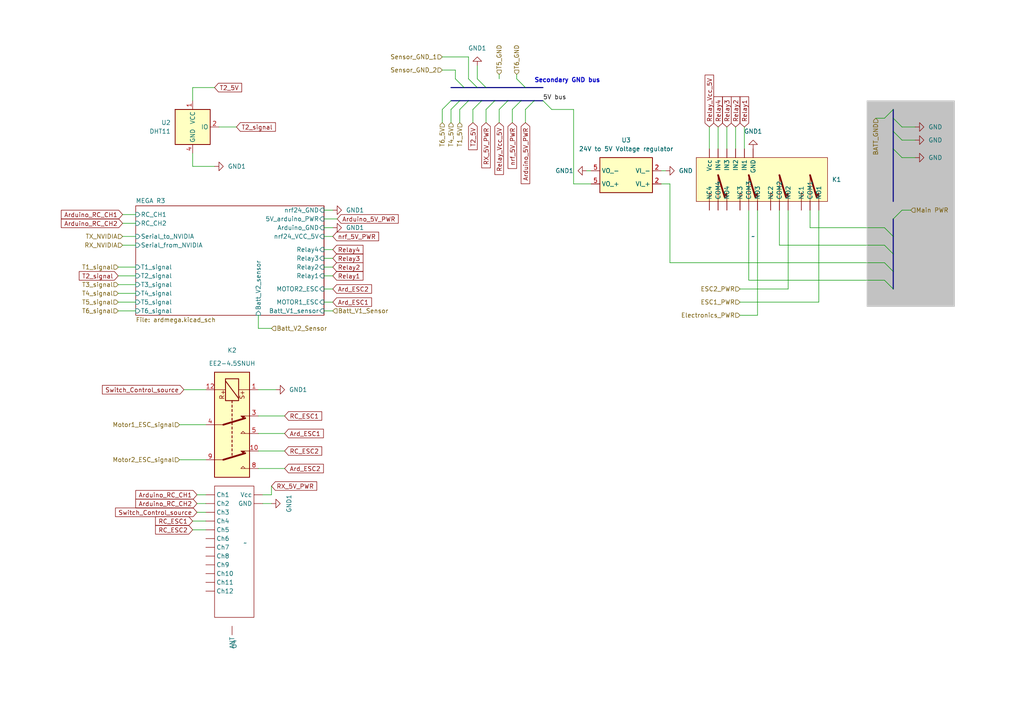
<source format=kicad_sch>
(kicad_sch (version 20230121) (generator eeschema)
  (paper "A4")
  (lib_symbols
    (symbol "MRS:4way_Relay"
      (property "Reference" "K1" (at 0 -1.27 90))
      (property "Value" "~" (at 3.81 15.24 0))
      (symbol "4way_Relay_0_1"
        (polyline (pts (xy -12.7 -2.54) (xy -12.7 5.08)))
        (polyline (pts (xy -3.81 -2.54) (xy -3.81 5.08)))
        (polyline (pts (xy 5.08 -2.54) (xy 5.08 5.08)))
        (polyline (pts (xy 13.97 -2.54) (xy 13.97 5.08)))
      )
      (symbol "4way_Relay_1_1"
        (rectangle (start -17.78 5.08) (end 20.32 -7.62) (fill (type background)))
        (polyline (pts (xy -12.7 -2.54) (xy -14.605 3.81)) (stroke (width 0.508)))
        (polyline (pts (xy -3.81 -2.54) (xy -5.715 3.81)) (stroke (width 0.508)))
        (polyline (pts (xy 5.08 -2.54) (xy 3.175 3.81)) (stroke (width 0.508)))
        (polyline (pts (xy 13.97 -2.54) (xy 12.065 3.81)) (stroke (width 0.508)))
        (polyline (pts (xy -15.24 5.08) (xy -15.24 2.54) (xy -14.605 3.175) (xy -15.24 3.81)) (fill (type outline)))
        (polyline (pts (xy -10.16 5.08) (xy -10.16 2.54) (xy -10.795 3.175) (xy -10.16 3.81)))
        (polyline (pts (xy -6.35 5.08) (xy -6.35 2.54) (xy -5.715 3.175) (xy -6.35 3.81)) (fill (type outline)))
        (polyline (pts (xy -1.27 5.08) (xy -1.27 2.54) (xy -1.905 3.175) (xy -1.27 3.81)))
        (polyline (pts (xy 2.54 5.08) (xy 2.54 2.54) (xy 3.175 3.175) (xy 2.54 3.81)) (fill (type outline)))
        (polyline (pts (xy 7.62 5.08) (xy 7.62 2.54) (xy 6.985 3.175) (xy 7.62 3.81)))
        (polyline (pts (xy 11.43 5.08) (xy 11.43 2.54) (xy 12.065 3.175) (xy 11.43 3.81)) (fill (type outline)))
        (polyline (pts (xy 16.51 5.08) (xy 16.51 2.54) (xy 15.875 3.175) (xy 16.51 3.81)))
        (pin input line (at -12.7 7.62 270) (length 2.54) (name "COM1") (number ""))
        (pin input line (at -3.81 7.62 270) (length 2.54) (name "COM2") (number ""))
        (pin input line (at 5.08 7.62 270) (length 2.54) (name "COM3") (number ""))
        (pin input line (at 13.97 7.62 270) (length 2.54) (name "COM4") (number ""))
        (pin output line (at 3.81 -10.16 90) (length 2.54) (name "GND") (number ""))
        (pin input line (at 6.35 -10.16 90) (length 2.54) (name "IN1") (number ""))
        (pin input line (at 8.89 -10.16 90) (length 2.54) (name "IN2") (number ""))
        (pin input line (at 11.43 -10.16 90) (length 2.54) (name "IN3") (number ""))
        (pin input line (at 13.97 -10.16 90) (length 2.54) (name "IN4") (number ""))
        (pin output line (at -10.16 7.62 270) (length 2.54) (name "NC1") (number ""))
        (pin output line (at -1.27 7.62 270) (length 2.54) (name "NC2") (number ""))
        (pin output line (at 7.62 7.62 270) (length 2.54) (name "NC3") (number ""))
        (pin output line (at 16.51 7.62 270) (length 2.54) (name "NC4") (number ""))
        (pin output line (at -15.24 7.62 270) (length 2.54) (name "NO1") (number ""))
        (pin output line (at -6.35 7.62 270) (length 2.54) (name "NO2") (number ""))
        (pin output line (at 2.54 7.62 270) (length 2.54) (name "NO3") (number ""))
        (pin output line (at 11.43 7.62 270) (length 2.54) (name "NO4") (number ""))
        (pin input line (at 16.51 -10.16 90) (length 2.54) (name "Vcc") (number ""))
      )
    )
    (symbol "MRS:PTN78000W_EUS-5"
      (property "Reference" "U1" (at 0 10.16 0))
      (property "Value" "18V to 5V Voltage regulator" (at 0 7.62 0))
      (symbol "PTN78000W_EUS-5_0_1"
        (rectangle (start -7.62 5.08) (end 7.62 -5.08) (stroke (width 0.254)) (fill (type background)))
      )
      (symbol "PTN78000W_EUS-5_1_1"
        (pin power_in line (at -10.16 2.54 0) (length 2.54) (name "VI_+") (number "2"))
        (pin power_in line (at -10.16 -1.27 0) (length 2.54) (name "VI_-") (number "2"))
        (pin power_out line (at 10.16 2.54 180) (length 2.54) (name "VO_+") (number "5"))
        (pin power_out line (at 10.16 -1.27 180) (length 2.54) (name "VO_-") (number "5"))
      )
    )
    (symbol "MRS:R12DS"
      (property "Reference" "U" (at 0 0 0))
      (symbol "R12DS_0_1"
        (rectangle (start -3.81 21.59) (end 7.62 -16.51))
      )
      (symbol "R12DS_1_0"
        (pin output line (at 10.16 8.89 180) (length 2.54) (name "Ch10") (number ""))
        (pin output line (at 10.16 11.43 180) (length 2.54) (name "Ch11") (number ""))
        (pin output line (at 10.16 13.97 180) (length 2.54) (name "Ch12") (number ""))
        (pin output line (at 10.16 -11.43 180) (length 2.54) (name "Ch2") (number ""))
        (pin output line (at 10.16 -8.89 180) (length 2.54) (name "Ch3") (number ""))
        (pin output line (at 10.16 -6.35 180) (length 2.54) (name "Ch4") (number ""))
        (pin output line (at 10.16 -3.81 180) (length 2.54) (name "Ch5") (number ""))
        (pin output line (at 10.16 -1.27 180) (length 2.54) (name "Ch6") (number ""))
        (pin output line (at 10.16 1.27 180) (length 2.54) (name "Ch7") (number ""))
        (pin output line (at 10.16 3.81 180) (length 2.54) (name "Ch8") (number ""))
        (pin output line (at 10.16 6.35 180) (length 2.54) (name "Ch9") (number ""))
      )
      (symbol "R12DS_1_1"
        (pin input line (at 2.54 24.13 90) (length 2.54) (name "ANT") (number ""))
        (pin output line (at 10.16 -13.97 180) (length 2.54) (name "Ch1") (number ""))
        (pin output line (at -6.35 -11.43 0) (length 2.54) (name "GND") (number ""))
        (pin input line (at -6.35 -13.97 0) (length 2.54) (name "Vcc") (number ""))
      )
    )
    (symbol "Relay:EE2-4.5SNUH"
      (property "Reference" "K" (at 15.24 8.89 0))
      (property "Value" "EE2-4.5SNUH" (at 20.32 6.35 0))
      (symbol "EE2-4.5SNUH_1_1"
        (rectangle (start -15.24 5.08) (end 15.24 -5.08) (stroke (width 0.254)) (fill (type background)))
        (rectangle (start -13.335 1.905) (end -6.985 -1.905) (stroke (width 0.254)))
        (polyline (pts (xy -12.7 -1.905) (xy -7.62 1.905)) (stroke (width 0.254)))
        (polyline (pts (xy -10.16 -5.08) (xy -10.16 -1.905)))
        (polyline (pts (xy -10.16 5.08) (xy -10.16 1.905)))
        (polyline (pts (xy -6.985 0) (xy -6.35 0)) (stroke (width 0.254)))
        (polyline (pts (xy -5.715 0) (xy -5.08 0)) (stroke (width 0.254)))
        (polyline (pts (xy -4.445 0) (xy -3.81 0)) (stroke (width 0.254)))
        (polyline (pts (xy -3.175 0) (xy -2.54 0)) (stroke (width 0.254)))
        (polyline (pts (xy -1.905 0) (xy -1.27 0)) (stroke (width 0.254)))
        (polyline (pts (xy -0.635 0) (xy 0 0)) (stroke (width 0.254)))
        (polyline (pts (xy 0 -2.54) (xy -1.905 3.81)) (stroke (width 0.508)))
        (polyline (pts (xy 0 -2.54) (xy 0 -5.08)))
        (polyline (pts (xy 0.635 0) (xy 1.27 0)) (stroke (width 0.254)))
        (polyline (pts (xy 1.905 0) (xy 2.54 0)) (stroke (width 0.254)))
        (polyline (pts (xy 3.175 0) (xy 3.81 0)) (stroke (width 0.254)))
        (polyline (pts (xy 4.445 0) (xy 5.08 0)) (stroke (width 0.254)))
        (polyline (pts (xy 5.715 0) (xy 6.35 0)) (stroke (width 0.254)))
        (polyline (pts (xy 6.985 0) (xy 7.62 0)) (stroke (width 0.254)))
        (polyline (pts (xy 8.255 0) (xy 8.89 0)) (stroke (width 0.254)))
        (polyline (pts (xy 10.16 -2.54) (xy 8.255 3.81)) (stroke (width 0.508)))
        (polyline (pts (xy 10.16 -2.54) (xy 10.16 -5.08)))
        (polyline (pts (xy -2.54 5.08) (xy -2.54 2.54) (xy -1.905 3.175) (xy -2.54 3.81)) (fill (type outline)))
        (polyline (pts (xy 2.54 5.08) (xy 2.54 2.54) (xy 1.905 3.175) (xy 2.54 3.81)))
        (polyline (pts (xy 7.62 5.08) (xy 7.62 2.54) (xy 8.255 3.175) (xy 7.62 3.81)) (fill (type outline)))
        (polyline (pts (xy 12.7 5.08) (xy 12.7 2.54) (xy 12.065 3.175) (xy 12.7 3.81)))
        (text "+" (at -9.398 -2.667 0) (effects (font (size 1.27 1.27))))
        (text "+" (at -9.271 2.921 0) (effects (font (size 1.27 1.27))))
        (text "R" (at -8.001 -2.921 0) (effects (font (size 1.27 1.27))))
        (text "S" (at -8.001 2.921 0) (effects (font (size 1.27 1.27))))
        (pin passive line (at -10.16 7.62 270) (length 2.54) (name "~") (number "1"))
        (pin passive line (at 7.62 7.62 270) (length 2.54) (name "~") (number "10"))
        (pin passive line (at -10.16 -7.62 90) (length 2.54) (name "~") (number "12"))
        (pin passive line (at -2.54 7.62 270) (length 2.54) (name "~") (number "3"))
        (pin passive line (at 0 -7.62 90) (length 2.54) (name "~") (number "4"))
        (pin passive line (at 2.54 7.62 270) (length 2.54) (name "~") (number "5"))
        (pin passive line (at 12.7 7.62 270) (length 2.54) (name "~") (number "8"))
        (pin passive line (at 10.16 -7.62 90) (length 2.54) (name "~") (number "9"))
      )
    )
    (symbol "Sensor:DHT11"
      (property "Reference" "U" (at -3.81 6.35 0))
      (property "Value" "DHT11" (at 3.81 6.35 0))
      (symbol "DHT11_0_1"
        (rectangle (start -5.08 5.08) (end 5.08 -5.08) (stroke (width 0.254)) (fill (type background)))
      )
      (symbol "DHT11_1_1"
        (pin power_in line (at 0 7.62 270) (length 2.54) (name "VCC") (number "1"))
        (pin bidirectional line (at 7.62 0 180) (length 2.54) (name "IO") (number "2"))
        (pin no_connect line (at -5.08 0 0) (length 2.54) hide (name "NC") (number "3"))
        (pin power_in line (at 0 -7.62 90) (length 2.54) (name "GND") (number "4"))
      )
    )
    (symbol "power:GND" (power) (pin_names (offset 0))
      (property "Value" "GND" (at 0 -3.81 0))
      (symbol "GND_0_1"
        (polyline (pts (xy 0 0) (xy 0 -1.27) (xy 1.27 -1.27) (xy 0 -2.54) (xy -1.27 -1.27) (xy 0 -1.27)))
      )
      (symbol "GND_1_1"
        (pin power_in line (at 0 0 270) (length 0) hide (name "GND") (number "1"))
      )
    )
    (symbol "power:GND1" (power) (pin_names (offset 0))
      (property "Value" "GND1" (at 0 -3.81 0))
      (symbol "GND1_0_1"
        (polyline (pts (xy 0 0) (xy 0 -1.27) (xy 1.27 -1.27) (xy 0 -2.54) (xy -1.27 -1.27) (xy 0 -1.27)))
      )
      (symbol "GND1_1_1"
        (pin power_in line (at 0 0 270) (length 0) hide (name "GND1") (number "1"))
      )
    )
  )
  (bus_entry (at 154.94 29.21) (size -2.54 2.54))
  (bus_entry (at 147.32 29.21) (size -2.54 2.54))
  (bus_entry (at 138.43 22.86) (size 2.54 2.54))
  (bus_entry (at 259.08 73.66) (size -2.54 -2.54))
  (bus_entry (at 259.08 63.5) (size 2.54 -2.54))
  (bus_entry (at 133.35 29.21) (size -2.54 2.54))
  (bus_entry (at 149.86 22.86) (size 2.54 2.54))
  (bus_entry (at 259.08 78.74) (size -2.54 -2.54))
  (bus_entry (at 135.89 29.21) (size -2.54 2.54))
  (bus_entry (at 143.51 29.21) (size -2.54 2.54))
  (bus_entry (at 157.48 29.21) (size 2.54 2.54))
  (bus_entry (at 139.7 29.21) (size -2.54 2.54))
  (bus_entry (at 132.08 22.86) (size 2.54 2.54))
  (bus_entry (at 135.89 22.86) (size 2.54 2.54))
  (bus_entry (at 259.08 68.58) (size -2.54 -2.54))
  (bus_entry (at 259.08 43.18) (size 2.54 2.54))
  (bus_entry (at 130.81 29.21) (size -2.54 2.54))
  (bus_entry (at 259.08 31.75) (size -2.54 2.54))
  (bus_entry (at 259.08 38.1) (size 2.54 2.54))
  (bus_entry (at 151.13 29.21) (size -2.54 2.54))
  (bus_entry (at 259.08 83.82) (size -2.54 -2.54))
  (bus_entry (at 259.08 34.29) (size 2.54 2.54))
  (wire (pts (xy 93.98 83.82) (xy 96.52 83.82)))
  (wire (pts (xy 214.63 87.63) (xy 237.49 87.63)))
  (wire (pts (xy 34.29 90.17) (xy 39.37 90.17)))
  (bus (pts (xy 130.81 29.21) (xy 133.35 29.21)))
  (wire (pts (xy 130.81 31.75) (xy 130.81 35.56)))
  (wire (pts (xy 74.93 130.81) (xy 82.55 130.81)))
  (bus (pts (xy 259.08 63.5) (xy 259.08 68.58)))
  (wire (pts (xy 34.29 80.01) (xy 39.37 80.01)))
  (bus (pts (xy 259.08 43.18) (xy 259.08 38.1)))
  (wire (pts (xy 132.08 22.86) (xy 132.08 20.32)))
  (wire (pts (xy 55.88 153.67) (xy 59.69 153.67)))
  (wire (pts (xy 34.29 77.47) (xy 39.37 77.47)))
  (bus (pts (xy 139.7 29.21) (xy 143.51 29.21)))
  (wire (pts (xy 214.63 83.82) (xy 228.6 83.82)))
  (wire (pts (xy 34.29 87.63) (xy 39.37 87.63)))
  (bus (pts (xy 259.08 58.42) (xy 259.08 43.18)))
  (wire (pts (xy 194.31 53.34) (xy 194.31 76.2)))
  (wire (pts (xy 144.78 31.75) (xy 144.78 35.56)))
  (wire (pts (xy 265.43 45.72) (xy 261.62 45.72)))
  (bus (pts (xy 259.08 78.74) (xy 259.08 83.82)))
  (wire (pts (xy 191.77 49.53) (xy 193.04 49.53)))
  (bus (pts (xy 152.4 25.4) (xy 157.48 25.4)))
  (bus (pts (xy 135.89 29.21) (xy 139.7 29.21)))
  (wire (pts (xy 210.82 36.83) (xy 210.82 43.18)))
  (wire (pts (xy 128.27 31.75) (xy 128.27 35.56)))
  (wire (pts (xy 55.88 29.21) (xy 55.88 25.4)))
  (bus (pts (xy 140.97 25.4) (xy 152.4 25.4)))
  (wire (pts (xy 93.98 68.58) (xy 96.52 68.58)))
  (wire (pts (xy 237.49 60.96) (xy 237.49 87.63)))
  (wire (pts (xy 217.17 81.28) (xy 217.17 60.96)))
  (wire (pts (xy 74.93 91.44) (xy 74.93 95.25)))
  (wire (pts (xy 194.31 53.34) (xy 191.77 53.34)))
  (wire (pts (xy 35.56 62.23) (xy 39.37 62.23)))
  (wire (pts (xy 148.59 31.75) (xy 148.59 35.56)))
  (wire (pts (xy 149.86 21.59) (xy 149.86 22.86)))
  (wire (pts (xy 256.54 34.29) (xy 254 34.29)))
  (wire (pts (xy 256.54 66.04) (xy 234.95 66.04)))
  (wire (pts (xy 128.27 16.51) (xy 135.89 16.51)))
  (wire (pts (xy 228.6 60.96) (xy 228.6 83.82)))
  (wire (pts (xy 93.98 80.01) (xy 96.52 80.01)))
  (wire (pts (xy 256.54 81.28) (xy 217.17 81.28)))
  (wire (pts (xy 144.78 21.59) (xy 144.78 22.86)))
  (wire (pts (xy 171.45 53.34) (xy 166.37 53.34)))
  (bus (pts (xy 259.08 68.58) (xy 259.08 73.66)))
  (wire (pts (xy 261.62 60.96) (xy 264.16 60.96)))
  (wire (pts (xy 93.98 66.04) (xy 96.52 66.04)))
  (wire (pts (xy 152.4 31.75) (xy 152.4 35.56)))
  (wire (pts (xy 74.93 135.89) (xy 82.55 135.89)))
  (wire (pts (xy 55.88 48.26) (xy 62.23 48.26)))
  (wire (pts (xy 74.93 125.73) (xy 82.55 125.73)))
  (wire (pts (xy 160.02 31.75) (xy 166.37 31.75)))
  (wire (pts (xy 52.07 133.35) (xy 59.69 133.35)))
  (wire (pts (xy 78.74 143.51) (xy 76.2 143.51)))
  (wire (pts (xy 265.43 36.83) (xy 261.62 36.83)))
  (wire (pts (xy 78.74 140.97) (xy 78.74 143.51)))
  (wire (pts (xy 76.2 146.05) (xy 78.74 146.05)))
  (wire (pts (xy 256.54 71.12) (xy 226.06 71.12)))
  (wire (pts (xy 140.97 31.75) (xy 140.97 35.56)))
  (wire (pts (xy 132.08 20.32) (xy 128.27 20.32)))
  (wire (pts (xy 194.31 76.2) (xy 256.54 76.2)))
  (wire (pts (xy 213.36 36.83) (xy 213.36 43.18)))
  (wire (pts (xy 208.28 36.83) (xy 208.28 43.18)))
  (wire (pts (xy 52.07 123.19) (xy 59.69 123.19)))
  (bus (pts (xy 134.62 25.4) (xy 138.43 25.4)))
  (wire (pts (xy 96.52 90.17) (xy 93.98 90.17)))
  (wire (pts (xy 219.71 60.96) (xy 219.71 91.44)))
  (wire (pts (xy 166.37 31.75) (xy 166.37 53.34)))
  (bus (pts (xy 147.32 29.21) (xy 151.13 29.21)))
  (wire (pts (xy 93.98 87.63) (xy 96.52 87.63)))
  (wire (pts (xy 138.43 19.05) (xy 138.43 22.86)))
  (wire (pts (xy 55.88 151.13) (xy 59.69 151.13)))
  (wire (pts (xy 214.63 91.44) (xy 219.71 91.44)))
  (wire (pts (xy 135.89 22.86) (xy 135.89 16.51)))
  (bus (pts (xy 130.81 25.4) (xy 134.62 25.4)))
  (bus (pts (xy 143.51 29.21) (xy 147.32 29.21)))
  (wire (pts (xy 93.98 74.93) (xy 96.52 74.93)))
  (wire (pts (xy 35.56 68.58) (xy 39.37 68.58)))
  (wire (pts (xy 205.74 36.83) (xy 205.74 43.18)))
  (wire (pts (xy 93.98 60.96) (xy 96.52 60.96)))
  (wire (pts (xy 74.93 120.65) (xy 82.55 120.65)))
  (bus (pts (xy 259.08 38.1) (xy 259.08 34.29)))
  (wire (pts (xy 34.29 82.55) (xy 39.37 82.55)))
  (wire (pts (xy 265.43 40.64) (xy 261.62 40.64)))
  (wire (pts (xy 55.88 25.4) (xy 62.23 25.4)))
  (wire (pts (xy 55.88 44.45) (xy 55.88 48.26)))
  (bus (pts (xy 151.13 29.21) (xy 154.94 29.21)))
  (wire (pts (xy 57.15 148.59) (xy 59.69 148.59)))
  (wire (pts (xy 133.35 31.75) (xy 133.35 35.56)))
  (wire (pts (xy 215.9 36.83) (xy 215.9 43.18)))
  (wire (pts (xy 57.15 143.51) (xy 59.69 143.51)))
  (bus (pts (xy 154.94 29.21) (xy 157.48 29.21)))
  (wire (pts (xy 226.06 71.12) (xy 226.06 60.96)))
  (wire (pts (xy 137.16 31.75) (xy 137.16 35.56)))
  (wire (pts (xy 35.56 64.77) (xy 39.37 64.77)))
  (bus (pts (xy 259.08 34.29) (xy 259.08 31.75)))
  (wire (pts (xy 35.56 71.12) (xy 39.37 71.12)))
  (wire (pts (xy 63.5 36.83) (xy 68.58 36.83)))
  (bus (pts (xy 259.08 73.66) (xy 259.08 78.74)))
  (wire (pts (xy 74.93 113.03) (xy 80.01 113.03)))
  (bus (pts (xy 133.35 29.21) (xy 135.89 29.21)))
  (wire (pts (xy 93.98 77.47) (xy 96.52 77.47)))
  (bus (pts (xy 138.43 25.4) (xy 140.97 25.4)))
  (wire (pts (xy 234.95 66.04) (xy 234.95 60.96)))
  (wire (pts (xy 53.34 113.03) (xy 59.69 113.03)))
  (wire (pts (xy 74.93 95.25) (xy 78.74 95.25)))
  (wire (pts (xy 93.98 63.5) (xy 97.79 63.5)))
  (wire (pts (xy 93.98 72.39) (xy 96.52 72.39)))
  (wire (pts (xy 34.29 85.09) (xy 39.37 85.09)))
  (wire (pts (xy 57.15 146.05) (xy 59.69 146.05)))
  (wire (pts (xy 170.18 49.53) (xy 171.45 49.53)))
  (rectangle (start 251.46 29.21) (end 276.86 88.9) (stroke (width 0) (color 194 194 194 1)) (fill (type color) (color 194 194 194 1)))
  (text "Secondary GND bus\n" (at 154.94 24.13 0) (effects (font (size 1.27 1.27) bold) (justify left bottom)))
  (label "5V bus" (at 157.48 29.21 0))
  (global_label "Switch_Control_source" (shape input) (at 53.34 113.03 180) (property "Intersheetrefs" "${INTERSHEET_REFS}" (effects hide)))
  (global_label "Relay_Vcc_5V" (shape input) (at 205.74 36.83 90) (property "Intersheetrefs" "${INTERSHEET_REFS}" (effects hide)))
  (global_label "Arduino_RC_CH1" (shape input) (at 35.56 62.23 180) (property "Intersheetrefs" "${INTERSHEET_REFS}" (effects hide)))
  (global_label "Arduino_5V_PWR" (shape input) (at 97.79 63.5 0) (property "Intersheetrefs" "${INTERSHEET_REFS}" (effects hide)))
  (global_label "T2_5V" (shape input) (at 137.16 35.56 270) (property "Intersheetrefs" "${INTERSHEET_REFS}" (effects hide)))
  (global_label "Ard_ESC2" (shape input) (at 82.55 135.89 0) (property "Intersheetrefs" "${INTERSHEET_REFS}" (effects hide)))
  (global_label "Arduino_RC_CH2" (shape input) (at 35.56 64.77 180) (property "Intersheetrefs" "${INTERSHEET_REFS}" (effects hide)))
  (global_label "Relay1" (shape input) (at 215.9 36.83 90) (property "Intersheetrefs" "${INTERSHEET_REFS}" (effects hide)))
  (global_label "Relay_Vcc_5V" (shape input) (at 144.78 35.56 270) (property "Intersheetrefs" "${INTERSHEET_REFS}" (effects hide)))
  (global_label "Ard_ESC2" (shape input) (at 96.52 83.82 0) (property "Intersheetrefs" "${INTERSHEET_REFS}" (effects hide)))
  (global_label "nrf_5V_PWR" (shape input) (at 96.52 68.58 0) (property "Intersheetrefs" "${INTERSHEET_REFS}" (effects hide)))
  (global_label "RX_5V_PWR" (shape input) (at 78.74 140.97 0) (property "Intersheetrefs" "${INTERSHEET_REFS}" (effects hide)))
  (global_label "nrf_5V_PWR" (shape input) (at 148.59 35.56 270) (property "Intersheetrefs" "${INTERSHEET_REFS}" (effects hide)))
  (global_label "T2_signal" (shape input) (at 34.29 80.01 180) (property "Intersheetrefs" "${INTERSHEET_REFS}" (effects hide)))
  (global_label "RC_ESC2" (shape input) (at 55.88 153.67 180) (property "Intersheetrefs" "${INTERSHEET_REFS}" (effects hide)))
  (global_label "RX_5V_PWR" (shape input) (at 140.97 35.56 270) (property "Intersheetrefs" "${INTERSHEET_REFS}" (effects hide)))
  (global_label "Relay3" (shape input) (at 210.82 36.83 90) (property "Intersheetrefs" "${INTERSHEET_REFS}" (effects hide)))
  (global_label "T2_signal" (shape input) (at 68.58 36.83 0) (property "Intersheetrefs" "${INTERSHEET_REFS}" (effects hide)))
  (global_label "Ard_ESC1" (shape input) (at 82.55 125.73 0) (property "Intersheetrefs" "${INTERSHEET_REFS}" (effects hide)))
  (global_label "RC_ESC1" (shape input) (at 82.55 120.65 0) (property "Intersheetrefs" "${INTERSHEET_REFS}" (effects hide)))
  (global_label "Switch_Control_source" (shape input) (at 57.15 148.59 180) (property "Intersheetrefs" "${INTERSHEET_REFS}" (effects hide)))
  (global_label "Relay4" (shape input) (at 96.52 72.39 0) (property "Intersheetrefs" "${INTERSHEET_REFS}" (effects hide)))
  (global_label "Relay2" (shape input) (at 213.36 36.83 90) (property "Intersheetrefs" "${INTERSHEET_REFS}" (effects hide)))
  (global_label "Relay2" (shape input) (at 96.52 77.47 0) (property "Intersheetrefs" "${INTERSHEET_REFS}" (effects hide)))
  (global_label "Arduino_RC_CH2" (shape input) (at 57.15 146.05 180) (property "Intersheetrefs" "${INTERSHEET_REFS}" (effects hide)))
  (global_label "Relay4" (shape input) (at 208.28 36.83 90) (property "Intersheetrefs" "${INTERSHEET_REFS}" (effects hide)))
  (global_label "Ard_ESC1" (shape input) (at 96.52 87.63 0) (property "Intersheetrefs" "${INTERSHEET_REFS}" (effects hide)))
  (global_label "Arduino_RC_CH1" (shape input) (at 57.15 143.51 180) (property "Intersheetrefs" "${INTERSHEET_REFS}" (effects hide)))
  (global_label "T2_5V" (shape input) (at 62.23 25.4 0) (property "Intersheetrefs" "${INTERSHEET_REFS}" (effects hide)))
  (global_label "Arduino_5V_PWR" (shape input) (at 152.4 35.56 270) (property "Intersheetrefs" "${INTERSHEET_REFS}" (effects hide)))
  (global_label "RC_ESC2" (shape input) (at 82.55 130.81 0) (property "Intersheetrefs" "${INTERSHEET_REFS}" (effects hide)))
  (global_label "Relay1" (shape input) (at 96.52 80.01 0) (property "Intersheetrefs" "${INTERSHEET_REFS}" (effects hide)))
  (global_label "RC_ESC1" (shape input) (at 55.88 151.13 180) (property "Intersheetrefs" "${INTERSHEET_REFS}" (effects hide)))
  (global_label "Relay3" (shape input) (at 96.52 74.93 0) (property "Intersheetrefs" "${INTERSHEET_REFS}" (effects hide)))
  (hierarchical_label "Batt_V1_Sensor" (shape input) (at 96.52 90.17 0))
  (hierarchical_label "T4_5V" (shape input) (at 130.81 35.56 270))
  (hierarchical_label "T6_GND" (shape input) (at 149.86 21.59 90))
  (hierarchical_label "T6_signal" (shape input) (at 34.29 90.17 180))
  (hierarchical_label "T1_signal" (shape input) (at 34.29 77.47 180))
  (hierarchical_label "T1_5V" (shape input) (at 133.35 35.56 270))
  (hierarchical_label "T5_signal" (shape input) (at 34.29 87.63 180))
  (hierarchical_label "Electronics_PWR" (shape input) (at 214.63 91.44 180))
  (hierarchical_label "Sensor_GND_1" (shape input) (at 128.27 16.51 180))
  (hierarchical_label "ESC2_PWR" (shape input) (at 214.63 83.82 180))
  (hierarchical_label "Main PWR" (shape input) (at 264.16 60.96 0))
  (hierarchical_label "T3_signal" (shape input) (at 34.29 82.55 180))
  (hierarchical_label "Motor1_ESC_signal" (shape input) (at 52.07 123.19 180))
  (hierarchical_label "T6_5V" (shape input) (at 128.27 35.56 270))
  (hierarchical_label "T4_signal" (shape input) (at 34.29 85.09 180))
  (hierarchical_label "TX_NVIDIA" (shape input) (at 35.56 68.58 180))
  (hierarchical_label "T5_GND" (shape input) (at 144.78 21.59 90))
  (hierarchical_label "Batt_V2_Sensor" (shape input) (at 78.74 95.25 0))
  (hierarchical_label "Motor2_ESC_signal" (shape input) (at 52.07 133.35 180))
  (hierarchical_label "RX_NVIDIA" (shape input) (at 35.56 71.12 180))
  (hierarchical_label "ESC1_PWR" (shape input) (at 214.63 87.63 180))
  (hierarchical_label "Sensor_GND_2" (shape input) (at 128.27 20.32 180))
  (hierarchical_label "BATT_GND" (shape input) (at 254 34.29 270))
  (symbol (lib_id "power:GND1") (at 218.44 43.18 180) (unit 1)
    (property "Reference" "#PWR05" (effects hide))
    (property "Value" "GND1" (at 218.44 38.1 0))
  )
  (symbol (lib_id "power:GND1") (at 96.52 66.04 90) (unit 1)
    (property "Reference" "#PWR01" (effects hide))
    (property "Value" "GND1" (at 100.33 66.04 90) (effects (justify right)))
  )
  (symbol (lib_id "power:GND") (at 193.04 49.53 90) (unit 1)
    (property "Reference" "#PWR012" (effects hide))
    (property "Value" "GND" (at 196.85 49.53 90) (effects (justify right)))
  )
  (symbol (lib_id "power:GND1") (at 138.43 19.05 180) (unit 1)
    (property "Reference" "#PWR03" (effects hide))
    (property "Value" "GND1" (at 138.43 13.97 0))
  )
  (symbol (lib_id "Sensor:DHT11") (at 55.88 36.83 0) (unit 1)
    (property "Reference" "U2" (at 49.53 35.56 0) (effects (justify right)))
    (property "Value" "DHT11" (at 49.53 38.1 0) (effects (justify right)))
    (property "Footprint" "Sensor:Aosong_DHT11_5.5x12.0_P2.54mm" (effects hide))
    (property "Datasheet" "http://akizukidenshi.com/download/ds/aosong/DHT11.pdf" (effects hide))
    (instances (project "MRS_Strathvoyager_2" (path "" (reference "U2") (unit 1)) (path "" (reference "T2") (unit 1))))
  )
  (symbol (lib_id "MRS:R12DS") (at 69.85 157.48 180) (unit 1)
    (property "Reference" "U4" (at 67.945 185.42 90) (effects (justify left)))
    (property "Value" "~" (at 71.12 157.48 0))
  )
  (symbol (lib_id "power:GND") (at 265.43 45.72 90) (unit 1)
    (property "Reference" "#PWR011" (effects hide))
    (property "Value" "GND" (at 269.24 45.72 90) (effects (justify right)))
  )
  (symbol (lib_id "power:GND1") (at 80.01 113.03 90) (unit 1)
    (property "Reference" "#PWR013" (effects hide))
    (property "Value" "GND1" (at 83.82 113.03 90) (effects (justify right)))
  )
  (symbol (lib_id "Relay:EE2-4.5SNUH") (at 67.31 123.19 270) (unit 1)
    (property "Reference" "K2" (at 67.31 101.6 90))
    (property "Value" "EE2-4.5SNUH" (at 67.31 105.41 90))
    (property "Footprint" "Relay_SMD:Relay_DPDT_Kemet_EE2_NUH" (effects hide))
    (property "Datasheet" "https://content.kemet.com/datasheets/KEM_R7002_EC2_EE2.pdf" (effects hide))
  )
  (symbol (lib_id "power:GND") (at 265.43 36.83 90) (unit 1)
    (property "Reference" "#PWR09" (effects hide))
    (property "Value" "GND" (at 269.24 36.83 90) (effects (justify right)))
  )
  (symbol (lib_id "power:GND") (at 265.43 40.64 90) (unit 1)
    (property "Reference" "#PWR010" (effects hide))
    (property "Value" "GND" (at 269.24 40.64 90) (effects (justify right)))
  )
  (symbol (lib_id "MRS:4way_Relay") (at 222.25 53.34 180) (unit 1)
    (property "Reference" "K1" (at 241.3 52.07 0) (effects (justify right)))
    (property "Value" "~" (at 218.44 68.58 0))
  )
  (symbol (lib_id "power:GND1") (at 170.18 49.53 270) (unit 1)
    (property "Reference" "#PWR07" (effects hide))
    (property "Value" "GND1" (at 166.37 49.53 90) (effects (justify right)))
  )
  (symbol (lib_id "power:GND1") (at 62.23 48.26 90) (unit 1)
    (property "Reference" "#PWR014" (effects hide))
    (property "Value" "GND1" (at 66.04 48.26 90) (effects (justify right)))
  )
  (symbol (lib_id "power:GND1") (at 78.74 146.05 90) (unit 1)
    (property "Reference" "#PWR08" (effects hide))
    (property "Value" "GND1" (at 83.82 146.05 0))
  )
  (symbol (lib_id "power:GND1") (at 96.52 60.96 90) (unit 1)
    (property "Reference" "#PWR02" (effects hide))
    (property "Value" "GND1" (at 100.33 60.96 90) (effects (justify right)))
  )
  (symbol (lib_id "MRS:PTN78000W_EUS-5") (at 181.61 50.8 180) (unit 1)
    (property "Reference" "U3" (at 181.61 40.64 0))
    (property "Value" "24V to 5V Voltage regulator" (at 181.61 43.18 0))
    (property "Footprint" "Module:Texas_EUS_R-PDSS-T5_THT" (effects hide))
    (property "Datasheet" "https://www.ti.com/lit/ds/symlink/ptn78000w.pdf" (effects hide))
  )
  (sheet (at 39.37 59.69) (size 54.61 31.75) (stroke (width 0.1524))
    (property "Sheetname" "MEGA R3" (at 39.37 58.9784 0) (effects (justify left bottom)))
    (property "Sheetfile" "ardmega.kicad_sch" (at 39.37 92.0246 0) (effects (justify left top)))
    (pin "5V_arduino_PWR" input (at 93.98 63.5 0))
    (pin "Arduino_GND" input (at 93.98 66.04 0))
    (pin "Relay1" input (at 93.98 80.01 0))
    (pin "Relay2" input (at 93.98 77.47 0))
    (pin "Relay3" input (at 93.98 74.93 0))
    (pin "Relay4" input (at 93.98 72.39 0))
    (pin "MOTOR2_ESC" input (at 93.98 83.82 0))
    (pin "nrf24_GND" input (at 93.98 60.96 0))
    (pin "nrf24_VCC_5V" input (at 93.98 68.58 0))
    (pin "MOTOR1_ESC" input (at 93.98 87.63 0))
    (pin "RC_CH1" input (at 39.37 62.23 180))
    (pin "RC_CH2" input (at 39.37 64.77 180))
    (pin "Serial_to_NVIDIA" input (at 39.37 68.58 180))
    (pin "Serial_from_NVIDIA" input (at 39.37 71.12 180))
    (pin "T2_signal" input (at 39.37 80.01 180))
    (pin "T1_signal" input (at 39.37 77.47 180))
    (pin "T3_signal" input (at 39.37 82.55 180))
    (pin "T5_signal" input (at 39.37 87.63 180))
    (pin "T4_signal" input (at 39.37 85.09 180))
    (pin "T6_signal" input (at 39.37 90.17 180))
    (pin "Batt_V1_sensor" input (at 93.98 90.17 0))
    (pin "Batt_V2_sensor" input (at 74.93 91.44 270))
  )
)
</source>
